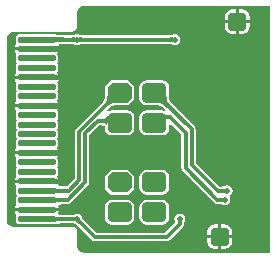
<source format=gbr>
%TF.GenerationSoftware,Altium Limited,Altium Designer,25.5.2 (35)*%
G04 Layer_Physical_Order=1*
G04 Layer_Color=255*
%FSLAX45Y45*%
%MOMM*%
%TF.SameCoordinates,263EE719-961F-4448-A72E-CF07F5483F46*%
%TF.FilePolarity,Positive*%
%TF.FileFunction,Copper,L1,Top,Signal*%
%TF.Part,Single*%
G01*
G75*
%TA.AperFunction,SMDPad,CuDef*%
G04:AMPARAMS|DCode=10|XSize=3.2mm|YSize=0.5mm|CornerRadius=0.125mm|HoleSize=0mm|Usage=FLASHONLY|Rotation=0.000|XOffset=0mm|YOffset=0mm|HoleType=Round|Shape=RoundedRectangle|*
%AMROUNDEDRECTD10*
21,1,3.20000,0.25000,0,0,0.0*
21,1,2.95000,0.50000,0,0,0.0*
1,1,0.25000,1.47500,-0.12500*
1,1,0.25000,-1.47500,-0.12500*
1,1,0.25000,-1.47500,0.12500*
1,1,0.25000,1.47500,0.12500*
%
%ADD10ROUNDEDRECTD10*%
%TA.AperFunction,Conductor*%
%ADD11C,0.30000*%
%ADD12C,0.40000*%
%ADD13C,0.35000*%
%TA.AperFunction,ComponentPad*%
G04:AMPARAMS|DCode=14|XSize=1.7mm|YSize=2.1mm|CornerRadius=0.425mm|HoleSize=0mm|Usage=FLASHONLY|Rotation=270.000|XOffset=0mm|YOffset=0mm|HoleType=Round|Shape=RoundedRectangle|*
%AMROUNDEDRECTD14*
21,1,1.70000,1.25001,0,0,270.0*
21,1,0.85000,2.10000,0,0,270.0*
1,1,0.85000,-0.62500,-0.42500*
1,1,0.85000,-0.62500,0.42500*
1,1,0.85000,0.62500,0.42500*
1,1,0.85000,0.62500,-0.42500*
%
%ADD14ROUNDEDRECTD14*%
G04:AMPARAMS|DCode=15|XSize=1.7mm|YSize=2.1mm|CornerRadius=0mm|HoleSize=0mm|Usage=FLASHONLY|Rotation=270.000|XOffset=0mm|YOffset=0mm|HoleType=Round|Shape=Octagon|*
%AMOCTAGOND15*
4,1,8,1.05000,0.42500,1.05000,-0.42500,0.62500,-0.85000,-0.62500,-0.85000,-1.05000,-0.42500,-1.05000,0.42500,-0.62500,0.85000,0.62500,0.85000,1.05000,0.42500,0.0*
%
%ADD15OCTAGOND15*%

G04:AMPARAMS|DCode=16|XSize=1.55mm|YSize=1.6mm|CornerRadius=0.3875mm|HoleSize=0mm|Usage=FLASHONLY|Rotation=270.000|XOffset=0mm|YOffset=0mm|HoleType=Round|Shape=RoundedRectangle|*
%AMROUNDEDRECTD16*
21,1,1.55000,0.82500,0,0,270.0*
21,1,0.77500,1.60000,0,0,270.0*
1,1,0.77500,-0.41250,-0.38750*
1,1,0.77500,-0.41250,0.38750*
1,1,0.77500,0.41250,0.38750*
1,1,0.77500,0.41250,-0.38750*
%
%ADD16ROUNDEDRECTD16*%
%TA.AperFunction,ViaPad*%
%ADD17C,0.50800*%
G36*
X2276054Y303944D02*
X700000D01*
Y304025D01*
X678579Y308285D01*
X660420Y320419D01*
X648285Y338579D01*
X644025Y360000D01*
X643944D01*
X643943Y360006D01*
Y479999D01*
X640598Y496816D01*
X631072Y511072D01*
X616816Y520598D01*
X599999Y523943D01*
X100005D01*
X100000Y523944D01*
Y524025D01*
X78579Y528285D01*
X60419Y540420D01*
X48285Y558579D01*
X44025Y580000D01*
X43944D01*
Y2120000D01*
X44025D01*
X48285Y2141421D01*
X60419Y2159580D01*
X78579Y2171714D01*
X100000Y2175975D01*
Y2176056D01*
X100004Y2176056D01*
X599999D01*
X616816Y2179402D01*
X631072Y2188927D01*
X640598Y2203184D01*
X643943Y2220001D01*
Y2339981D01*
X643947Y2340000D01*
X644027D01*
X648288Y2361421D01*
X660422Y2379580D01*
X678582Y2391715D01*
X700003Y2395975D01*
Y2396056D01*
X2276057D01*
X2276054Y303944D01*
D02*
G37*
%LPC*%
G36*
X2038250Y2364157D02*
X2009700D01*
Y2272700D01*
X2103657D01*
Y2298750D01*
X2098678Y2323780D01*
X2084500Y2345000D01*
X2063280Y2359178D01*
X2038250Y2364157D01*
D02*
G37*
G36*
X1984300D02*
X1955750D01*
X1930720Y2359178D01*
X1909501Y2345000D01*
X1895322Y2323780D01*
X1890343Y2298750D01*
Y2272700D01*
X1984300D01*
Y2364157D01*
D02*
G37*
G36*
X2103657Y2247300D02*
X2009700D01*
Y2155843D01*
X2038250D01*
X2063280Y2160822D01*
X2084500Y2175000D01*
X2098678Y2196220D01*
X2103657Y2221250D01*
Y2247300D01*
D02*
G37*
G36*
X1984300D02*
X1890343D01*
Y2221250D01*
X1895322Y2196220D01*
X1909501Y2175000D01*
X1930720Y2160822D01*
X1955750Y2155843D01*
X1984300D01*
Y2247300D01*
D02*
G37*
G36*
X1470000Y2156290D02*
X1452286Y2152766D01*
X1447216Y2149379D01*
X1425954Y2149147D01*
X1423818Y2148234D01*
X686127D01*
X683968Y2149147D01*
X662900Y2149301D01*
X657714Y2152766D01*
X640000Y2156290D01*
X622286Y2152766D01*
X617216Y2149379D01*
X595954Y2149147D01*
X593818Y2148234D01*
X531109D01*
X528936Y2149148D01*
X516409Y2149211D01*
X485736Y2150157D01*
X471606Y2151355D01*
X466903Y2152022D01*
X463716Y2152669D01*
X462716Y2152971D01*
X461791Y2153424D01*
X461058Y2153470D01*
X461023Y2153481D01*
X460973Y2153476D01*
X457144Y2153718D01*
X456650Y2153817D01*
X452258Y2155636D01*
X450716Y2154997D01*
X447500Y2155637D01*
X152500D01*
X139819Y2153114D01*
X129069Y2145931D01*
X121886Y2135181D01*
X119363Y2122500D01*
Y2097500D01*
X121886Y2084820D01*
X125176Y2069824D01*
X116799Y2057288D01*
X113897Y2042700D01*
X452258D01*
Y2053988D01*
X454182Y2053230D01*
X457564Y2052552D01*
X462406Y2051954D01*
X476467Y2050997D01*
X484478Y2050865D01*
X483889Y2053828D01*
X491827Y2069323D01*
X516718Y2070791D01*
X528936Y2070853D01*
X531109Y2071766D01*
X593873D01*
X596032Y2070853D01*
X617100Y2070699D01*
X622286Y2067234D01*
X640000Y2063711D01*
X657714Y2067234D01*
X662784Y2070621D01*
X684046Y2070854D01*
X686182Y2071766D01*
X1423873D01*
X1426032Y2070853D01*
X1447100Y2070699D01*
X1452286Y2067234D01*
X1470000Y2063711D01*
X1487714Y2067234D01*
X1502732Y2077268D01*
X1512766Y2092286D01*
X1516290Y2110000D01*
X1512766Y2127714D01*
X1502732Y2142732D01*
X1487714Y2152766D01*
X1470000Y2156290D01*
D02*
G37*
G36*
X452258Y2017300D02*
X113897D01*
X116799Y2002712D01*
X125176Y1990176D01*
X121886Y1975181D01*
X119363Y1962500D01*
Y1937500D01*
X121886Y1924819D01*
X124495Y1920915D01*
X127827Y1910000D01*
X124495Y1899085D01*
X121886Y1895181D01*
X119363Y1882500D01*
Y1857500D01*
X121886Y1844820D01*
X125176Y1829824D01*
X116799Y1817288D01*
X113897Y1802700D01*
X452258D01*
Y1813988D01*
X454047Y1813018D01*
X456355Y1812150D01*
X459184Y1811384D01*
X462533Y1810720D01*
X470791Y1809699D01*
X481130Y1809086D01*
X484844Y1809025D01*
X483201Y1817288D01*
X474824Y1829824D01*
X478114Y1844819D01*
X480637Y1857500D01*
Y1882500D01*
X478114Y1895181D01*
X475505Y1899085D01*
X472173Y1910000D01*
X475505Y1920915D01*
X478114Y1924819D01*
X480637Y1937500D01*
Y1962500D01*
X478114Y1975181D01*
X474824Y1990176D01*
X483201Y2002712D01*
X484155Y2007511D01*
X452258Y2006012D01*
Y2017300D01*
D02*
G37*
G36*
Y1777300D02*
X113897D01*
X116799Y1762712D01*
X125176Y1750176D01*
X121886Y1735181D01*
X119363Y1722500D01*
Y1697500D01*
X121886Y1684819D01*
X124495Y1680915D01*
X127827Y1670000D01*
X124495Y1659085D01*
X121886Y1655181D01*
X119363Y1642500D01*
Y1617500D01*
X121886Y1604819D01*
X125176Y1589824D01*
X116799Y1577288D01*
X113897Y1562700D01*
X452258D01*
Y1573988D01*
X453810Y1573230D01*
X456078Y1572552D01*
X459062Y1571954D01*
X462762Y1571436D01*
X472310Y1570638D01*
X484598Y1570265D01*
X483201Y1577288D01*
X474824Y1589824D01*
X478114Y1604819D01*
X480637Y1617500D01*
Y1642500D01*
X478114Y1655181D01*
X475505Y1659085D01*
X472173Y1670000D01*
X475505Y1680915D01*
X478114Y1684819D01*
X480637Y1697500D01*
Y1722500D01*
X478114Y1735181D01*
X474824Y1750176D01*
X483201Y1762712D01*
X484398Y1768733D01*
X455284Y1767045D01*
X453444Y1766558D01*
X452258Y1766012D01*
Y1777300D01*
D02*
G37*
G36*
X1072500Y1765000D02*
X927500D01*
X875000Y1712500D01*
Y1632009D01*
X873978Y1629792D01*
X873680Y1622189D01*
X872983Y1615671D01*
X871878Y1609537D01*
X870379Y1603763D01*
X868497Y1598323D01*
X866236Y1593187D01*
X863586Y1588312D01*
X860534Y1583671D01*
X857053Y1579229D01*
X852544Y1574348D01*
X851764Y1572232D01*
X634766Y1355234D01*
X627031Y1343656D01*
X624314Y1330000D01*
Y934781D01*
X555219Y865686D01*
X521890D01*
X519625Y866647D01*
X509612Y866734D01*
X492280Y867416D01*
X491097Y867530D01*
X483268Y882583D01*
X483326Y883341D01*
X484556Y889527D01*
X459062Y888046D01*
X456078Y887448D01*
X453810Y886770D01*
X452258Y886012D01*
Y897300D01*
X113897D01*
X116799Y882712D01*
X125176Y870176D01*
X121886Y855181D01*
X119363Y842500D01*
Y817500D01*
X121886Y804819D01*
X129069Y794069D01*
Y785931D01*
X121886Y775181D01*
X119363Y762500D01*
Y737500D01*
X121886Y724820D01*
X125176Y709824D01*
X116799Y697288D01*
X113897Y682700D01*
X486102D01*
X483354Y696519D01*
X483313Y697492D01*
X491365Y712069D01*
X509887Y713269D01*
X519625Y713353D01*
X521890Y714315D01*
X560000D01*
X573656Y717031D01*
X585234Y724767D01*
X735234Y874767D01*
X742969Y886344D01*
X745686Y900000D01*
Y1300165D01*
X829835Y1384314D01*
X832387D01*
X834531Y1383359D01*
X845269Y1383077D01*
X853983Y1382309D01*
X861135Y1381119D01*
X866633Y1379642D01*
X870413Y1378102D01*
X872536Y1376813D01*
X873337Y1376076D01*
X873464Y1375888D01*
X873533Y1375697D01*
X873775Y1373598D01*
Y1363500D01*
X878626Y1339114D01*
X892440Y1318440D01*
X913113Y1304626D01*
X937500Y1299776D01*
X1062500D01*
X1086887Y1304626D01*
X1107560Y1318440D01*
X1121374Y1339114D01*
X1126225Y1363500D01*
Y1448500D01*
X1121374Y1472886D01*
X1107560Y1493560D01*
X1086887Y1507374D01*
X1062500Y1512224D01*
X937500D01*
X913113Y1507374D01*
X900880Y1499199D01*
X891318Y1510851D01*
X902339Y1521871D01*
X904513Y1522699D01*
X911452Y1529244D01*
X917919Y1534627D01*
X924348Y1539285D01*
X930739Y1543248D01*
X937097Y1546545D01*
X943428Y1549202D01*
X949762Y1551252D01*
X956124Y1552716D01*
X962557Y1553611D01*
X970038Y1553990D01*
X971138Y1554511D01*
X972321Y1554227D01*
X973584Y1555000D01*
X1072500D01*
X1125000Y1607500D01*
Y1712500D01*
X1072500Y1765000D01*
D02*
G37*
G36*
X1356500Y1766224D02*
X1231500D01*
X1207113Y1761374D01*
X1186440Y1747560D01*
X1172626Y1726886D01*
X1167775Y1702500D01*
Y1617500D01*
X1172626Y1593114D01*
X1186440Y1572440D01*
X1207113Y1558626D01*
X1231500Y1553776D01*
X1320332D01*
X1327477Y1553375D01*
X1333897Y1552385D01*
X1340407Y1550741D01*
X1347052Y1548407D01*
X1353855Y1545344D01*
X1360817Y1541519D01*
X1367950Y1536890D01*
X1375222Y1531443D01*
X1382637Y1525146D01*
X1387954Y1520098D01*
X1380886Y1507374D01*
X1356500Y1512224D01*
X1231500D01*
X1207113Y1507374D01*
X1186440Y1493560D01*
X1172626Y1472886D01*
X1167775Y1448500D01*
Y1363500D01*
X1172626Y1339114D01*
X1186440Y1318440D01*
X1207113Y1304626D01*
X1231500Y1299776D01*
X1356500D01*
X1380886Y1304626D01*
X1401560Y1318440D01*
X1415374Y1339114D01*
X1420224Y1363500D01*
Y1389710D01*
X1434082Y1395450D01*
X1524314Y1305219D01*
Y1020000D01*
X1527031Y1006344D01*
X1534766Y994767D01*
X1801930Y727603D01*
X1813507Y719867D01*
X1827164Y717151D01*
X1841741D01*
X1843982Y716190D01*
X1852747Y716083D01*
X1859131Y715793D01*
X1863342Y715371D01*
X1863890Y715277D01*
X1864749Y715062D01*
X1864922Y715087D01*
X1872430Y710070D01*
X1890144Y706547D01*
X1907858Y710070D01*
X1922876Y720105D01*
X1932910Y735122D01*
X1936434Y752836D01*
X1932910Y770551D01*
X1931344Y772894D01*
X1937121Y791248D01*
X1945585Y796903D01*
X1955619Y811921D01*
X1959143Y829635D01*
X1955619Y847349D01*
X1945585Y862367D01*
X1930568Y872401D01*
X1912853Y875925D01*
X1895139Y872401D01*
X1887756Y867468D01*
X1870931Y866306D01*
X1866830Y866283D01*
X1864546Y865321D01*
X1845146D01*
X1645686Y1064781D01*
Y1350000D01*
X1642969Y1363656D01*
X1635234Y1375234D01*
X1450871Y1559597D01*
X1450807Y1560049D01*
X1449235Y1561233D01*
X1448765Y1561702D01*
X1447951Y1563861D01*
X1442131Y1570069D01*
X1437428Y1575822D01*
X1433346Y1581621D01*
X1429860Y1587473D01*
X1426946Y1593385D01*
X1424575Y1599385D01*
X1422728Y1605502D01*
X1421395Y1611767D01*
X1420569Y1618226D01*
X1420224Y1625631D01*
Y1702500D01*
X1415374Y1726886D01*
X1401560Y1747560D01*
X1380886Y1761374D01*
X1356500Y1766224D01*
D02*
G37*
G36*
X452258Y1537300D02*
X113897D01*
X116799Y1522712D01*
X125176Y1510176D01*
X121886Y1495181D01*
X119363Y1482500D01*
Y1457500D01*
X121886Y1444819D01*
X124495Y1440915D01*
X127827Y1430000D01*
X124495Y1419085D01*
X121886Y1415181D01*
X119363Y1402500D01*
Y1377500D01*
X121886Y1364819D01*
X129069Y1354069D01*
Y1345931D01*
X121886Y1335181D01*
X119363Y1322500D01*
Y1297500D01*
X121886Y1284819D01*
X124495Y1280915D01*
X127827Y1270000D01*
X124495Y1259085D01*
X121886Y1255181D01*
X119363Y1242500D01*
Y1217500D01*
X121886Y1204820D01*
X125176Y1189824D01*
X116799Y1177288D01*
X113897Y1162700D01*
X452258D01*
Y1173988D01*
X453810Y1173230D01*
X456078Y1172552D01*
X459062Y1171954D01*
X462762Y1171436D01*
X472310Y1170638D01*
X484598Y1170265D01*
X483201Y1177288D01*
X474824Y1189824D01*
X478114Y1204819D01*
X480637Y1217500D01*
Y1242500D01*
X478114Y1255181D01*
X475505Y1259085D01*
X472173Y1270000D01*
X475505Y1280915D01*
X478114Y1284819D01*
X480637Y1297500D01*
Y1322500D01*
X478114Y1335181D01*
X470931Y1345931D01*
Y1354069D01*
X478114Y1364819D01*
X480637Y1377500D01*
Y1402500D01*
X478114Y1415181D01*
X475505Y1419085D01*
X472173Y1430000D01*
X475505Y1440915D01*
X478114Y1444819D01*
X480637Y1457500D01*
Y1482500D01*
X478114Y1495181D01*
X474824Y1510176D01*
X483201Y1522712D01*
X484556Y1529527D01*
X459062Y1528046D01*
X456078Y1527448D01*
X453810Y1526770D01*
X452258Y1526012D01*
Y1537300D01*
D02*
G37*
G36*
Y1137300D02*
X113897D01*
X116799Y1122712D01*
X125176Y1110176D01*
X121886Y1095181D01*
X119363Y1082500D01*
Y1057500D01*
X121886Y1044819D01*
X124495Y1040915D01*
X127827Y1030000D01*
X124495Y1019085D01*
X121886Y1015181D01*
X119363Y1002500D01*
Y977500D01*
X121886Y964820D01*
X125176Y949824D01*
X116799Y937288D01*
X113897Y922700D01*
X452258D01*
Y933988D01*
X453810Y933230D01*
X456078Y932552D01*
X459062Y931954D01*
X462762Y931436D01*
X472310Y930638D01*
X484598Y930265D01*
X483201Y937288D01*
X474824Y949824D01*
X478114Y964819D01*
X480637Y977500D01*
Y1002500D01*
X478114Y1015181D01*
X475505Y1019085D01*
X472173Y1030000D01*
X475505Y1040915D01*
X478114Y1044819D01*
X480637Y1057500D01*
Y1082500D01*
X478114Y1095181D01*
X474824Y1110176D01*
X483201Y1122712D01*
X484556Y1129527D01*
X459062Y1128046D01*
X456078Y1127448D01*
X453810Y1126770D01*
X452258Y1126012D01*
Y1137300D01*
D02*
G37*
G36*
X1072500Y1005000D02*
X927500D01*
X875000Y952500D01*
Y847500D01*
X927500Y795000D01*
X1072500D01*
X1125000Y847500D01*
Y952500D01*
X1072500Y1005000D01*
D02*
G37*
G36*
X1356500Y1006224D02*
X1231500D01*
X1207113Y1001374D01*
X1186440Y987560D01*
X1172626Y966886D01*
X1167775Y942500D01*
Y857500D01*
X1172626Y833114D01*
X1186440Y812440D01*
X1207113Y798626D01*
X1231500Y793776D01*
X1356500D01*
X1380886Y798626D01*
X1401560Y812440D01*
X1415374Y833114D01*
X1420224Y857500D01*
Y942500D01*
X1415374Y966886D01*
X1401560Y987560D01*
X1380886Y1001374D01*
X1356500Y1006224D01*
D02*
G37*
G36*
Y752224D02*
X1231500D01*
X1207113Y747374D01*
X1186440Y733560D01*
X1172626Y712886D01*
X1167775Y688500D01*
Y603500D01*
X1172626Y579114D01*
X1186440Y558440D01*
X1207113Y544626D01*
X1231500Y539776D01*
X1356500D01*
X1380886Y544626D01*
X1401560Y558440D01*
X1415374Y579114D01*
X1420224Y603500D01*
Y688500D01*
X1415374Y712886D01*
X1401560Y733560D01*
X1380886Y747374D01*
X1356500Y752224D01*
D02*
G37*
G36*
X1062500D02*
X937500D01*
X913113Y747374D01*
X892440Y733560D01*
X878626Y712886D01*
X873775Y688500D01*
Y603500D01*
X878626Y579114D01*
X892440Y558440D01*
X913113Y544626D01*
X937500Y539776D01*
X1062500D01*
X1086887Y544626D01*
X1107560Y558440D01*
X1121374Y579114D01*
X1126225Y603500D01*
Y688500D01*
X1121374Y712886D01*
X1107560Y733560D01*
X1086887Y747374D01*
X1062500Y752224D01*
D02*
G37*
G36*
X1888250Y544157D02*
X1859700D01*
Y452700D01*
X1953656D01*
Y478750D01*
X1948678Y503780D01*
X1934499Y525000D01*
X1913280Y539178D01*
X1888250Y544157D01*
D02*
G37*
G36*
X1834300D02*
X1805750D01*
X1780720Y539178D01*
X1759500Y525000D01*
X1745322Y503780D01*
X1740343Y478750D01*
Y452700D01*
X1834300D01*
Y544157D01*
D02*
G37*
G36*
X486102Y657300D02*
X113897D01*
X116799Y642712D01*
X125176Y630176D01*
X121886Y615181D01*
X119363Y602500D01*
Y577500D01*
X121886Y564819D01*
X129069Y554069D01*
X139819Y546886D01*
X152500Y544363D01*
X447500D01*
X450716Y545003D01*
X452258Y544364D01*
X456650Y546184D01*
X458911Y546633D01*
X462721Y547061D01*
X464573Y548083D01*
X466198Y548720D01*
X469186Y549576D01*
X473386Y550467D01*
X478157Y551214D01*
X509887Y553268D01*
X519625Y553353D01*
X521890Y554314D01*
X591597D01*
X593838Y553354D01*
X602603Y553247D01*
X608987Y552957D01*
X613198Y552535D01*
X613746Y552441D01*
X614605Y552225D01*
X614778Y552251D01*
X622286Y547234D01*
X630995Y545502D01*
X643712Y534427D01*
X646630Y531543D01*
X648925Y530608D01*
X764767Y414766D01*
X776344Y407031D01*
X790000Y404314D01*
X1400000D01*
X1413656Y407031D01*
X1425233Y414766D01*
X1535234Y524767D01*
X1542969Y536344D01*
X1545686Y550000D01*
Y561690D01*
X1552766Y572286D01*
X1556289Y590000D01*
X1552766Y607714D01*
X1542732Y622732D01*
X1527714Y632766D01*
X1510000Y636290D01*
X1492286Y632766D01*
X1477268Y622732D01*
X1467234Y607714D01*
X1463711Y590000D01*
X1467234Y572286D01*
X1473076Y563543D01*
X1385218Y475686D01*
X804782D01*
X699459Y581008D01*
X698554Y583271D01*
X692432Y589545D01*
X688123Y594264D01*
X685443Y597540D01*
X685123Y597993D01*
X684667Y598756D01*
X684527Y598859D01*
X682766Y607714D01*
X672732Y622732D01*
X657714Y632766D01*
X640000Y636290D01*
X622286Y632766D01*
X614903Y627833D01*
X598077Y626671D01*
X593977Y626648D01*
X591692Y625686D01*
X521890D01*
X519625Y626647D01*
X509612Y626734D01*
X492280Y627416D01*
X491097Y627530D01*
X483268Y642583D01*
X483326Y643341D01*
X486102Y657300D01*
D02*
G37*
G36*
X1953656Y427300D02*
X1859700D01*
Y335843D01*
X1888250D01*
X1913280Y340822D01*
X1934499Y355001D01*
X1948678Y376220D01*
X1953656Y401250D01*
Y427300D01*
D02*
G37*
G36*
X1834300D02*
X1740343D01*
Y401250D01*
X1745322Y376220D01*
X1759500Y355001D01*
X1780720Y340822D01*
X1805750Y335843D01*
X1834300D01*
Y427300D01*
D02*
G37*
%LPD*%
G36*
X1451861Y2092220D02*
X1451555Y2092273D01*
X1450746Y2092321D01*
X1426190Y2092500D01*
Y2127500D01*
X1451861Y2127780D01*
Y2092220D01*
D02*
G37*
G36*
X658445Y2127727D02*
X659254Y2127679D01*
X683810Y2127500D01*
Y2092500D01*
X658139Y2092220D01*
Y2127780D01*
X658445Y2127727D01*
D02*
G37*
G36*
X621861Y2092220D02*
X621555Y2092273D01*
X620746Y2092321D01*
X596190Y2092500D01*
Y2127500D01*
X621861Y2127780D01*
Y2092220D01*
D02*
G37*
G36*
X454772Y2132755D02*
X458428Y2131652D01*
X463227Y2130679D01*
X469170Y2129836D01*
X484483Y2128538D01*
X516026Y2127565D01*
X528826Y2127500D01*
Y2092500D01*
X516026Y2092435D01*
X463227Y2089321D01*
X458428Y2088348D01*
X454772Y2087245D01*
X452258Y2086012D01*
Y2133988D01*
X454772Y2132755D01*
D02*
G37*
G36*
X968944Y1575610D02*
X960515Y1575183D01*
X952197Y1574026D01*
X943990Y1572137D01*
X935894Y1569517D01*
X927910Y1566166D01*
X920037Y1562084D01*
X912276Y1557271D01*
X904625Y1551727D01*
X897086Y1545452D01*
X889659Y1538446D01*
X868446Y1559659D01*
X873552Y1565186D01*
X878127Y1571025D01*
X882171Y1577175D01*
X885684Y1583637D01*
X888666Y1590410D01*
X891117Y1597494D01*
X893037Y1604889D01*
X894425Y1612596D01*
X895283Y1620614D01*
X895610Y1628944D01*
X968944Y1575610D01*
D02*
G37*
G36*
X895405Y1375000D02*
X894748Y1380700D01*
X892896Y1385800D01*
X889850Y1390300D01*
X885610Y1394200D01*
X880177Y1397500D01*
X873549Y1400200D01*
X865728Y1402300D01*
X856713Y1403800D01*
X846504Y1404700D01*
X835101Y1405000D01*
Y1435000D01*
X844258Y1435298D01*
X852795Y1436194D01*
X860710Y1437687D01*
X868006Y1439777D01*
X874680Y1442464D01*
X880734Y1445748D01*
X886168Y1449630D01*
X890980Y1454108D01*
X895172Y1459184D01*
X898743Y1464856D01*
X895405Y1375000D01*
D02*
G37*
G36*
X455351Y852280D02*
X459250Y850752D01*
X463954Y849404D01*
X469463Y848236D01*
X475778Y847247D01*
X490825Y845809D01*
X509094Y845090D01*
X519437Y845000D01*
Y815000D01*
X509094Y814910D01*
X475778Y812753D01*
X469463Y811764D01*
X463954Y810596D01*
X459250Y809248D01*
X455351Y807720D01*
X452258Y806012D01*
Y853988D01*
X455351Y852280D01*
D02*
G37*
G36*
Y772280D02*
X459250Y770752D01*
X463954Y769404D01*
X469463Y768236D01*
X475778Y767247D01*
X490825Y765809D01*
X509094Y765090D01*
X519437Y765000D01*
Y735000D01*
X509094Y734910D01*
X475778Y732753D01*
X469463Y731765D01*
X463954Y730596D01*
X459250Y729248D01*
X455351Y727720D01*
X452258Y726013D01*
Y773988D01*
X455351Y772280D01*
D02*
G37*
G36*
X1398985Y1616347D02*
X1400035Y1608136D01*
X1401743Y1600110D01*
X1404111Y1592266D01*
X1407138Y1584606D01*
X1410824Y1577129D01*
X1415169Y1569835D01*
X1420173Y1562725D01*
X1425836Y1555798D01*
X1432159Y1549055D01*
X1405468Y1533319D01*
X1397105Y1541260D01*
X1388730Y1548372D01*
X1380341Y1554655D01*
X1371940Y1560108D01*
X1363525Y1564731D01*
X1355098Y1568525D01*
X1346658Y1571490D01*
X1338205Y1573624D01*
X1329739Y1574930D01*
X1321260Y1575406D01*
X1398595Y1624740D01*
X1398985Y1616347D01*
D02*
G37*
G36*
X1390737Y1473293D02*
X1392571Y1472303D01*
X1394939Y1471429D01*
X1397838Y1470671D01*
X1401271Y1470031D01*
X1405236Y1469506D01*
X1414766Y1468807D01*
X1426426Y1468574D01*
Y1438574D01*
X1421193Y1438514D01*
X1408760Y1437611D01*
X1405705Y1437069D01*
X1403194Y1436407D01*
X1401228Y1435624D01*
X1399805Y1434721D01*
X1398928Y1433698D01*
X1398595Y1432554D01*
X1389435Y1474400D01*
X1390737Y1473293D01*
D02*
G37*
G36*
X1894714Y811855D02*
X1893946Y812383D01*
X1892732Y812856D01*
X1891071Y813273D01*
X1888965Y813634D01*
X1883413Y814190D01*
X1876077Y814524D01*
X1866956Y814635D01*
Y844635D01*
X1871739Y844663D01*
X1891071Y845997D01*
X1892732Y846414D01*
X1893946Y846887D01*
X1894714Y847415D01*
Y811855D01*
D02*
G37*
G36*
X1872005Y735056D02*
X1871237Y735585D01*
X1870022Y736057D01*
X1868362Y736474D01*
X1866255Y736836D01*
X1860704Y737392D01*
X1853367Y737725D01*
X1844246Y737836D01*
Y767836D01*
X1849030Y767864D01*
X1868362Y769199D01*
X1870022Y769616D01*
X1871237Y770088D01*
X1872005Y770616D01*
Y735056D01*
D02*
G37*
G36*
X621861Y572220D02*
X621093Y572748D01*
X619878Y573221D01*
X618218Y573638D01*
X616111Y573999D01*
X610560Y574555D01*
X603223Y574889D01*
X594102Y575000D01*
Y605000D01*
X598886Y605028D01*
X618218Y606362D01*
X619878Y606779D01*
X621093Y607252D01*
X621861Y607780D01*
Y572220D01*
D02*
G37*
G36*
X455351Y612280D02*
X459250Y610752D01*
X463954Y609404D01*
X469463Y608236D01*
X475778Y607247D01*
X490825Y605809D01*
X509094Y605090D01*
X519437Y605000D01*
Y575000D01*
X509094Y574910D01*
X475778Y572753D01*
X469463Y571764D01*
X463954Y570596D01*
X459250Y569248D01*
X455351Y567720D01*
X452258Y566012D01*
Y613988D01*
X455351Y612280D01*
D02*
G37*
G36*
X665568Y588829D02*
X666093Y587637D01*
X666972Y586168D01*
X668206Y584423D01*
X671739Y580104D01*
X676690Y574680D01*
X683061Y568152D01*
X661848Y546939D01*
X658446Y550302D01*
X643832Y563028D01*
X642363Y563907D01*
X641171Y564432D01*
X640254Y564601D01*
X665399Y589746D01*
X665568Y588829D01*
D02*
G37*
D10*
X300000Y830000D02*
D03*
Y750000D02*
D03*
Y670000D02*
D03*
Y590000D02*
D03*
Y990000D02*
D03*
Y910000D02*
D03*
Y1230000D02*
D03*
Y1070000D02*
D03*
Y1470000D02*
D03*
Y1150000D02*
D03*
Y1390000D02*
D03*
Y1310000D02*
D03*
Y1630000D02*
D03*
Y1870000D02*
D03*
Y1950000D02*
D03*
Y2030000D02*
D03*
Y1550000D02*
D03*
Y2110000D02*
D03*
Y1710000D02*
D03*
Y1790000D02*
D03*
D11*
X1510000Y550000D02*
Y590000D01*
X1400000Y440000D02*
X1510000Y550000D01*
X790000Y440000D02*
X1400000D01*
X640000Y590000D02*
X790000Y440000D01*
X1560000Y1020000D02*
X1827164Y752836D01*
X1560000Y1020000D02*
Y1320000D01*
X1426426Y1453574D02*
X1560000Y1320000D01*
X1300000Y1660000D02*
X1610000Y1350000D01*
Y1050000D02*
X1830365Y829635D01*
X1610000Y1050000D02*
Y1350000D01*
X1827164Y752836D02*
X1890144D01*
X1830365Y829635D02*
X1912853D01*
X660000Y1330000D02*
X990000Y1660000D01*
X1020000D01*
X660000Y920000D02*
Y1330000D01*
X300000Y830000D02*
X570000D01*
X660000Y920000D01*
X1349309Y1453574D02*
X1426426D01*
X1332883Y1470000D02*
X1349309Y1453574D01*
X1214000Y1406000D02*
X1268883D01*
X1332883Y1470000D01*
X710000Y900000D02*
Y1314947D01*
X815053Y1420000D02*
X946000D01*
X710000Y1314947D02*
X815053Y1420000D01*
X946000D02*
X960000Y1406000D01*
X300000Y750000D02*
X560000D01*
X710000Y900000D01*
X300000Y590000D02*
X640000D01*
D12*
X300000Y1150000D02*
X500000D01*
X493550Y1788882D02*
X494668Y1787764D01*
X301118Y1788882D02*
X493550D01*
X300000Y1790000D02*
X301118Y1788882D01*
X300000Y910000D02*
X500000D01*
X300000Y1550000D02*
X500000D01*
X300000Y1550000D02*
X300000Y1550000D01*
X619508Y2030000D02*
X620187Y2030679D01*
X300000Y2030000D02*
X619508D01*
D13*
X640000Y2110000D02*
X1470000D01*
X300000D02*
X640000D01*
D14*
X1000000Y1406000D02*
D03*
X1294000D02*
D03*
Y1660000D02*
D03*
X1000000Y646000D02*
D03*
X1294000D02*
D03*
Y900000D02*
D03*
D15*
X1000000Y1660000D02*
D03*
Y900000D02*
D03*
D16*
X1847000Y440000D02*
D03*
X1997000Y2260000D02*
D03*
D17*
X1510000Y590000D02*
D03*
X1890144Y752836D02*
D03*
X1912853Y829635D02*
D03*
X640000Y590000D02*
D03*
X1847000Y910000D02*
D03*
Y1150000D02*
D03*
Y1550000D02*
D03*
Y1790000D02*
D03*
Y2030000D02*
D03*
X1840000Y670000D02*
D03*
X640000D02*
D03*
X500000Y910000D02*
D03*
Y1150000D02*
D03*
Y1550000D02*
D03*
X494668Y1787764D02*
D03*
X620187Y2030679D02*
D03*
X640000Y2110000D02*
D03*
X1470000D02*
D03*
%TF.MD5,52aa8c41c9f72f9a5589730b5a3e1a04*%
M02*

</source>
